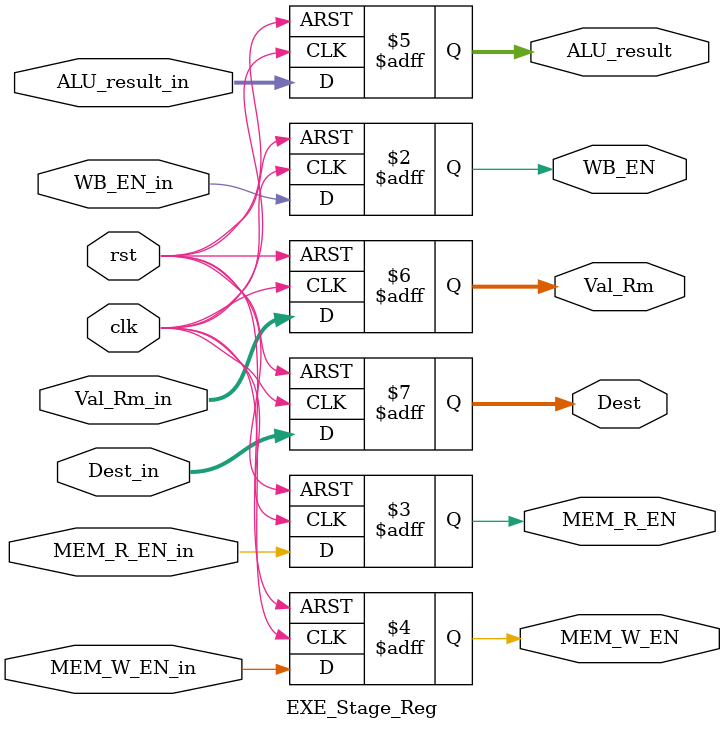
<source format=v>
module EXE_Stage_Reg(
  input clk, rst, WB_EN_in, MEM_R_EN_in, MEM_W_EN_in,
  input[31:0] ALU_result_in, Val_Rm_in,
  input[3:0] Dest_in,
  output reg WB_EN, MEM_R_EN, MEM_W_EN,
  output reg[31:0] ALU_result, Val_Rm,
  output reg[3:0] Dest
);

  always @ (posedge clk, posedge rst) begin
    if (rst) begin
      {WB_EN, MEM_R_EN, MEM_W_EN, ALU_result, Val_Rm, Dest} <= 0;
    end
    else begin
      WB_EN <= WB_EN_in;
		  MEM_R_EN <= MEM_R_EN_in;
		  MEM_W_EN <= MEM_W_EN_in;
		  ALU_result <= ALU_result_in;
		  Val_Rm <= Val_Rm_in;
		  Dest <= Dest_in;
	  end
	end  
endmodule
</source>
